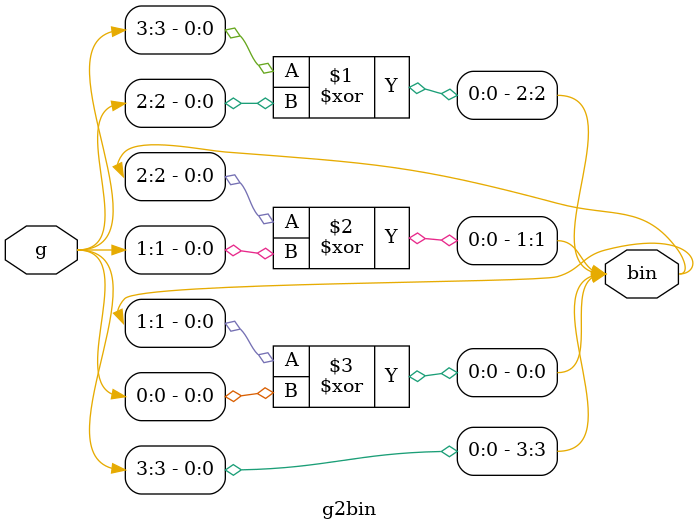
<source format=v>
module g2bin(input [3:0] g, output [3:0] bin);
  assign bin[3] = g[3];
  xor x1(bin[2], bin[3], g[2]);
  xor x2(bin[1], bin[2], g[1]);
  xor x3(bin[0], bin[1], g[0]);
endmodule


</source>
